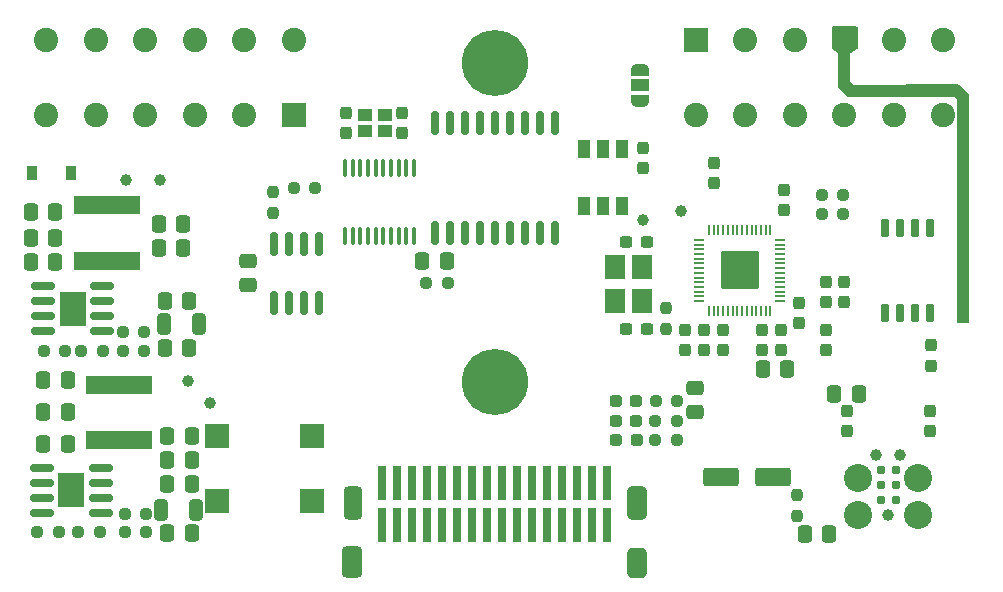
<source format=gbr>
%TF.GenerationSoftware,KiCad,Pcbnew,(6.0.2)*%
%TF.CreationDate,2022-04-26T10:25:04-06:00*%
%TF.ProjectId,CONEPROJ,434f4e45-5052-44f4-9a2e-6b696361645f,rev?*%
%TF.SameCoordinates,Original*%
%TF.FileFunction,Soldermask,Top*%
%TF.FilePolarity,Negative*%
%FSLAX46Y46*%
G04 Gerber Fmt 4.6, Leading zero omitted, Abs format (unit mm)*
G04 Created by KiCad (PCBNEW (6.0.2)) date 2022-04-26 10:25:04*
%MOMM*%
%LPD*%
G01*
G04 APERTURE LIST*
G04 Aperture macros list*
%AMRoundRect*
0 Rectangle with rounded corners*
0 $1 Rounding radius*
0 $2 $3 $4 $5 $6 $7 $8 $9 X,Y pos of 4 corners*
0 Add a 4 corners polygon primitive as box body*
4,1,4,$2,$3,$4,$5,$6,$7,$8,$9,$2,$3,0*
0 Add four circle primitives for the rounded corners*
1,1,$1+$1,$2,$3*
1,1,$1+$1,$4,$5*
1,1,$1+$1,$6,$7*
1,1,$1+$1,$8,$9*
0 Add four rect primitives between the rounded corners*
20,1,$1+$1,$2,$3,$4,$5,0*
20,1,$1+$1,$4,$5,$6,$7,0*
20,1,$1+$1,$6,$7,$8,$9,0*
20,1,$1+$1,$8,$9,$2,$3,0*%
%AMFreePoly0*
4,1,22,0.550000,-0.750000,0.000000,-0.750000,0.000000,-0.745033,-0.079941,-0.743568,-0.215256,-0.701293,-0.333266,-0.622738,-0.424486,-0.514219,-0.481581,-0.384460,-0.499164,-0.250000,-0.500000,-0.250000,-0.500000,0.250000,-0.499164,0.250000,-0.499963,0.256109,-0.478152,0.396186,-0.417904,0.524511,-0.324060,0.630769,-0.204165,0.706417,-0.067858,0.745374,0.000000,0.744959,0.000000,0.750000,
0.550000,0.750000,0.550000,-0.750000,0.550000,-0.750000,$1*%
%AMFreePoly1*
4,1,20,0.000000,0.744959,0.073905,0.744508,0.209726,0.703889,0.328688,0.626782,0.421226,0.519385,0.479903,0.390333,0.500000,0.250000,0.500000,-0.250000,0.499851,-0.262216,0.476331,-0.402017,0.414519,-0.529596,0.319384,-0.634700,0.198574,-0.708877,0.061801,-0.746166,0.000000,-0.745033,0.000000,-0.750000,-0.550000,-0.750000,-0.550000,0.750000,0.000000,0.750000,0.000000,0.744959,
0.000000,0.744959,$1*%
G04 Aperture macros list end*
%ADD10R,1.150000X1.000000*%
%ADD11RoundRect,0.237500X-0.250000X-0.237500X0.250000X-0.237500X0.250000X0.237500X-0.250000X0.237500X0*%
%ADD12RoundRect,0.150000X-0.150000X0.875000X-0.150000X-0.875000X0.150000X-0.875000X0.150000X0.875000X0*%
%ADD13RoundRect,0.100000X-0.100000X0.637500X-0.100000X-0.637500X0.100000X-0.637500X0.100000X0.637500X0*%
%ADD14C,1.000000*%
%ADD15RoundRect,0.250000X-0.337500X-0.475000X0.337500X-0.475000X0.337500X0.475000X-0.337500X0.475000X0*%
%ADD16R,5.700000X1.600000*%
%ADD17RoundRect,0.250000X-0.325000X-0.650000X0.325000X-0.650000X0.325000X0.650000X-0.325000X0.650000X0*%
%ADD18RoundRect,0.150000X-0.825000X-0.150000X0.825000X-0.150000X0.825000X0.150000X-0.825000X0.150000X0*%
%ADD19R,2.290000X3.000000*%
%ADD20RoundRect,0.237500X-0.237500X0.300000X-0.237500X-0.300000X0.237500X-0.300000X0.237500X0.300000X0*%
%ADD21RoundRect,0.237500X0.237500X-0.300000X0.237500X0.300000X-0.237500X0.300000X-0.237500X-0.300000X0*%
%ADD22R,2.000000X2.000000*%
%ADD23RoundRect,0.150000X-0.150000X0.650000X-0.150000X-0.650000X0.150000X-0.650000X0.150000X0.650000X0*%
%ADD24RoundRect,0.250000X-0.475000X0.337500X-0.475000X-0.337500X0.475000X-0.337500X0.475000X0.337500X0*%
%ADD25FreePoly0,270.000000*%
%ADD26R,1.500000X1.000000*%
%ADD27FreePoly1,270.000000*%
%ADD28C,5.600000*%
%ADD29RoundRect,0.237500X0.250000X0.237500X-0.250000X0.237500X-0.250000X-0.237500X0.250000X-0.237500X0*%
%ADD30RoundRect,0.250000X0.337500X0.475000X-0.337500X0.475000X-0.337500X-0.475000X0.337500X-0.475000X0*%
%ADD31RoundRect,0.237500X-0.237500X0.250000X-0.237500X-0.250000X0.237500X-0.250000X0.237500X0.250000X0*%
%ADD32R,0.750000X3.000000*%
%ADD33RoundRect,0.418770X-0.418770X1.006311X-0.418770X-1.006311X0.418770X-1.006311X0.418770X1.006311X0*%
%ADD34RoundRect,0.412540X-0.412540X0.887541X-0.412540X-0.887541X0.412540X-0.887541X0.412540X0.887541X0*%
%ADD35RoundRect,0.443770X-0.443770X0.893770X-0.443770X-0.893770X0.443770X-0.893770X0.443770X0.893770X0*%
%ADD36RoundRect,0.396885X-0.396885X1.015655X-0.396885X-1.015655X0.396885X-1.015655X0.396885X1.015655X0*%
%ADD37RoundRect,0.237500X0.237500X-0.250000X0.237500X0.250000X-0.237500X0.250000X-0.237500X-0.250000X0*%
%ADD38RoundRect,0.150000X0.150000X-0.825000X0.150000X0.825000X-0.150000X0.825000X-0.150000X-0.825000X0*%
%ADD39C,2.374900*%
%ADD40C,0.990600*%
%ADD41C,0.787400*%
%ADD42RoundRect,0.237500X-0.300000X-0.237500X0.300000X-0.237500X0.300000X0.237500X-0.300000X0.237500X0*%
%ADD43R,2.056000X2.056000*%
%ADD44C,2.056000*%
%ADD45RoundRect,0.237500X0.287500X0.237500X-0.287500X0.237500X-0.287500X-0.237500X0.287500X-0.237500X0*%
%ADD46R,1.000000X1.500000*%
%ADD47RoundRect,0.050000X-0.050000X0.387500X-0.050000X-0.387500X0.050000X-0.387500X0.050000X0.387500X0*%
%ADD48RoundRect,0.050000X-0.387500X0.050000X-0.387500X-0.050000X0.387500X-0.050000X0.387500X0.050000X0*%
%ADD49RoundRect,0.144000X-1.456000X1.456000X-1.456000X-1.456000X1.456000X-1.456000X1.456000X1.456000X0*%
%ADD50RoundRect,0.250000X-1.250000X-0.550000X1.250000X-0.550000X1.250000X0.550000X-1.250000X0.550000X0*%
%ADD51R,0.900000X1.200000*%
%ADD52R,1.800000X2.100000*%
G04 APERTURE END LIST*
D10*
%TO.C,Y2*%
X56000000Y-52750000D03*
X57750000Y-52750000D03*
X57750000Y-51350000D03*
X56000000Y-51350000D03*
%TD*%
D11*
%TO.C,R10*%
X28827500Y-71400000D03*
X30652500Y-71400000D03*
%TD*%
D12*
%TO.C,U8*%
X72080000Y-52100000D03*
X70810000Y-52100000D03*
X69540000Y-52100000D03*
X68270000Y-52100000D03*
X67000000Y-52100000D03*
X65730000Y-52100000D03*
X64460000Y-52100000D03*
X63190000Y-52100000D03*
X61920000Y-52100000D03*
X61920000Y-61400000D03*
X63190000Y-61400000D03*
X64460000Y-61400000D03*
X65730000Y-61400000D03*
X67000000Y-61400000D03*
X68270000Y-61400000D03*
X69540000Y-61400000D03*
X70810000Y-61400000D03*
X72080000Y-61400000D03*
%TD*%
D13*
%TO.C,U5*%
X60175000Y-55887500D03*
X59525000Y-55887500D03*
X58875000Y-55887500D03*
X58225000Y-55887500D03*
X57575000Y-55887500D03*
X56925000Y-55887500D03*
X56275000Y-55887500D03*
X55625000Y-55887500D03*
X54975000Y-55887500D03*
X54325000Y-55887500D03*
X54325000Y-61612500D03*
X54975000Y-61612500D03*
X55625000Y-61612500D03*
X56275000Y-61612500D03*
X56925000Y-61612500D03*
X57575000Y-61612500D03*
X58225000Y-61612500D03*
X58875000Y-61612500D03*
X59525000Y-61612500D03*
X60175000Y-61612500D03*
%TD*%
D14*
%TO.C,TP4*%
X41000000Y-73900000D03*
%TD*%
D15*
%TO.C,C36*%
X39072500Y-67140000D03*
X41147500Y-67140000D03*
%TD*%
D16*
%TO.C,L2*%
X34200000Y-63745000D03*
X34200000Y-59045000D03*
%TD*%
D17*
%TO.C,C33*%
X38780000Y-84802500D03*
X41730000Y-84802500D03*
%TD*%
D18*
%TO.C,U6*%
X28695000Y-81265000D03*
X28695000Y-82535000D03*
X28695000Y-83805000D03*
X28695000Y-85075000D03*
X33645000Y-85075000D03*
X33645000Y-83805000D03*
X33645000Y-82535000D03*
X33645000Y-81265000D03*
D19*
X31170000Y-83170000D03*
%TD*%
D20*
%TO.C,C15*%
X83125000Y-69587500D03*
X83125000Y-71312500D03*
%TD*%
D15*
%TO.C,C42*%
X38572500Y-62680000D03*
X40647500Y-62680000D03*
%TD*%
D21*
%TO.C,R7*%
X96800000Y-78162500D03*
X96800000Y-76437500D03*
%TD*%
%TO.C,C21*%
X59150000Y-52937500D03*
X59150000Y-51212500D03*
%TD*%
D22*
%TO.C,PAU301*%
X43500000Y-78595000D03*
X51500000Y-78595000D03*
%TD*%
D23*
%TO.C,U7*%
X103893687Y-60987273D03*
X102623687Y-60987273D03*
X101353687Y-60987273D03*
X100083687Y-60987273D03*
X100083687Y-68187273D03*
X101353687Y-68187273D03*
X102623687Y-68187273D03*
X103893687Y-68187273D03*
%TD*%
D24*
%TO.C,C11*%
X46150000Y-63712500D03*
X46150000Y-65787500D03*
%TD*%
D15*
%TO.C,C16*%
X60862500Y-63750000D03*
X62937500Y-63750000D03*
%TD*%
%TO.C,C38*%
X39072500Y-71140000D03*
X41147500Y-71140000D03*
%TD*%
D25*
%TO.C,JP2*%
X79300000Y-47575000D03*
D26*
X79300000Y-48875000D03*
D27*
X79300000Y-50175000D03*
%TD*%
D20*
%TO.C,C24*%
X86300000Y-69587500D03*
X86300000Y-71312500D03*
%TD*%
D28*
%TO.C,H304*%
X67000000Y-47000000D03*
%TD*%
D29*
%TO.C,R19*%
X33822500Y-71370000D03*
X31997500Y-71370000D03*
%TD*%
D30*
%TO.C,C27*%
X95332500Y-86845000D03*
X93257500Y-86845000D03*
%TD*%
D31*
%TO.C,R5*%
X81550000Y-67712500D03*
X81550000Y-69537500D03*
%TD*%
D32*
%TO.C,J2*%
X76499838Y-86127500D03*
X76499838Y-82527500D03*
X75229838Y-86127500D03*
X75229838Y-82527500D03*
X73959838Y-86127500D03*
X73959838Y-82527500D03*
X72689838Y-86127500D03*
X72689838Y-82527500D03*
X71419838Y-86127500D03*
X71419838Y-82527500D03*
X70149838Y-86127500D03*
X70149838Y-82527500D03*
X68879838Y-86127500D03*
X68879838Y-82527500D03*
X67609838Y-86127500D03*
X67609838Y-82527500D03*
X66339838Y-86127500D03*
X66339838Y-82527500D03*
X65069838Y-86127500D03*
X65069838Y-82527500D03*
X63799838Y-86127500D03*
X63799838Y-82527500D03*
X62529838Y-86127500D03*
X62529838Y-82527500D03*
X61259838Y-86127500D03*
X61259838Y-82527500D03*
X59989838Y-86127500D03*
X59989838Y-82527500D03*
X58719838Y-86127500D03*
X58719838Y-82527500D03*
X57449838Y-86127500D03*
X57449838Y-82527500D03*
D33*
X79062378Y-84252581D03*
D34*
X79074838Y-89277419D03*
D35*
X54924838Y-89239959D03*
D36*
X55018608Y-84240040D03*
%TD*%
D20*
%TO.C,C18*%
X95050000Y-65487500D03*
X95050000Y-67212500D03*
%TD*%
D30*
%TO.C,C25*%
X29807500Y-61840000D03*
X27732500Y-61840000D03*
%TD*%
D37*
%TO.C,R9*%
X92580000Y-85342500D03*
X92580000Y-83517500D03*
%TD*%
D14*
%TO.C,TP5*%
X82800000Y-59500000D03*
%TD*%
D38*
%TO.C,U2*%
X48280000Y-67275000D03*
X49550000Y-67275000D03*
X50820000Y-67275000D03*
X52090000Y-67275000D03*
X52090000Y-62325000D03*
X50820000Y-62325000D03*
X49550000Y-62325000D03*
X48280000Y-62325000D03*
%TD*%
D20*
%TO.C,C9*%
X84750000Y-69587500D03*
X84750000Y-71312500D03*
%TD*%
D15*
%TO.C,C34*%
X27732500Y-63810000D03*
X29807500Y-63810000D03*
%TD*%
D39*
%TO.C,J5*%
X97780000Y-82095000D03*
D40*
X101336000Y-80190000D03*
X100320000Y-85270000D03*
D39*
X97780000Y-85270000D03*
X102860000Y-82095000D03*
X102860000Y-85270000D03*
D40*
X99304000Y-80190000D03*
D41*
X100955000Y-84000000D03*
X99685000Y-84000000D03*
X100955000Y-82730000D03*
X99685000Y-82730000D03*
X100955000Y-81460000D03*
X99685000Y-81460000D03*
%TD*%
D15*
%TO.C,C30*%
X95767500Y-74985000D03*
X97842500Y-74985000D03*
%TD*%
D42*
%TO.C,C7*%
X78137500Y-62100000D03*
X79862500Y-62100000D03*
%TD*%
D17*
%TO.C,C32*%
X39045000Y-69060000D03*
X41995000Y-69060000D03*
%TD*%
D30*
%TO.C,C5*%
X30872499Y-73818041D03*
X28797499Y-73818041D03*
%TD*%
D11*
%TO.C,R22*%
X80597500Y-78940000D03*
X82422500Y-78940000D03*
%TD*%
D42*
%TO.C,C8*%
X78137500Y-69524999D03*
X79862500Y-69524999D03*
%TD*%
D43*
%TO.C,J4*%
X84025000Y-45040000D03*
D44*
X88215000Y-45040000D03*
X92405000Y-45040000D03*
X96595000Y-45040000D03*
X100785000Y-45040000D03*
X104975000Y-45040000D03*
X104975000Y-51390000D03*
X100785000Y-51390000D03*
X96595000Y-51390000D03*
X92405000Y-51390000D03*
X88215000Y-51390000D03*
X84025000Y-51390000D03*
D43*
X49975000Y-51390000D03*
D44*
X45785000Y-51390000D03*
X41595000Y-51390000D03*
X37405000Y-51390000D03*
X33215000Y-51390000D03*
X29025000Y-51390000D03*
X29025000Y-45040000D03*
X33215000Y-45040000D03*
X37405000Y-45040000D03*
X41595000Y-45040000D03*
X45785000Y-45040000D03*
X49975000Y-45040000D03*
%TD*%
D30*
%TO.C,C26*%
X30872499Y-76539020D03*
X28797499Y-76539020D03*
%TD*%
D15*
%TO.C,C35*%
X28797499Y-79260000D03*
X30872499Y-79260000D03*
%TD*%
D20*
%TO.C,C14*%
X91225000Y-69587500D03*
X91225000Y-71312500D03*
%TD*%
D29*
%TO.C,R18*%
X37352500Y-71380001D03*
X35527500Y-71380001D03*
%TD*%
D20*
%TO.C,C10*%
X96600000Y-65487500D03*
X96600000Y-67212500D03*
%TD*%
D11*
%TO.C,R17*%
X35687500Y-85130000D03*
X37512500Y-85130000D03*
%TD*%
D37*
%TO.C,R15*%
X48235000Y-59712500D03*
X48235000Y-57887500D03*
%TD*%
D20*
%TO.C,C12*%
X92750000Y-67312500D03*
X92750000Y-69037500D03*
%TD*%
D22*
%TO.C,MOD301*%
X43500000Y-84075000D03*
X51500000Y-84075000D03*
%TD*%
D11*
%TO.C,R3*%
X94687500Y-58150000D03*
X96512500Y-58150000D03*
%TD*%
D20*
%TO.C,R6*%
X103850000Y-76412500D03*
X103850000Y-78137500D03*
%TD*%
D15*
%TO.C,C29*%
X89717500Y-72885000D03*
X91792500Y-72885000D03*
%TD*%
D14*
%TO.C,TP6*%
X38700000Y-56900000D03*
%TD*%
D45*
%TO.C,D302*%
X79000000Y-75610000D03*
X77250000Y-75610000D03*
%TD*%
D20*
%TO.C,C13*%
X89625000Y-69587500D03*
X89625000Y-71312500D03*
%TD*%
D46*
%TO.C,U9*%
X77775000Y-54225000D03*
X76175000Y-54225000D03*
X74575000Y-54225000D03*
X74575000Y-59125000D03*
X76175000Y-59125000D03*
X77775000Y-59125000D03*
%TD*%
D47*
%TO.C,U10*%
X90350000Y-61112500D03*
X89950000Y-61112500D03*
X89550000Y-61112500D03*
X89150000Y-61112500D03*
X88750000Y-61112500D03*
X88350000Y-61112500D03*
X87950000Y-61112500D03*
X87550000Y-61112500D03*
X87150000Y-61112500D03*
X86750000Y-61112500D03*
X86350000Y-61112500D03*
X85950000Y-61112500D03*
X85550000Y-61112500D03*
X85150000Y-61112500D03*
D48*
X84312500Y-61950000D03*
X84312500Y-62350000D03*
X84312500Y-62750000D03*
X84312500Y-63150000D03*
X84312500Y-63550000D03*
X84312500Y-63950000D03*
X84312500Y-64350000D03*
X84312500Y-64750000D03*
X84312500Y-65150000D03*
X84312500Y-65550000D03*
X84312500Y-65950000D03*
X84312500Y-66350000D03*
X84312500Y-66750000D03*
X84312500Y-67150000D03*
D47*
X85150000Y-67987500D03*
X85550000Y-67987500D03*
X85950000Y-67987500D03*
X86350000Y-67987500D03*
X86750000Y-67987500D03*
X87150000Y-67987500D03*
X87550000Y-67987500D03*
X87950000Y-67987500D03*
X88350000Y-67987500D03*
X88750000Y-67987500D03*
X89150000Y-67987500D03*
X89550000Y-67987500D03*
X89950000Y-67987500D03*
X90350000Y-67987500D03*
D48*
X91187500Y-67150000D03*
X91187500Y-66750000D03*
X91187500Y-66350000D03*
X91187500Y-65950000D03*
X91187500Y-65550000D03*
X91187500Y-65150000D03*
X91187500Y-64750000D03*
X91187500Y-64350000D03*
X91187500Y-63950000D03*
X91187500Y-63550000D03*
X91187500Y-63150000D03*
X91187500Y-62750000D03*
X91187500Y-62350000D03*
X91187500Y-61950000D03*
D49*
X87750000Y-64550000D03*
%TD*%
D16*
%TO.C,L3*%
X35155000Y-78905000D03*
X35155000Y-74205000D03*
%TD*%
D29*
%TO.C,R23*%
X33572500Y-86669999D03*
X31747500Y-86669999D03*
%TD*%
%TO.C,R104*%
X51797500Y-57600000D03*
X49972500Y-57600000D03*
%TD*%
D50*
%TO.C,C31*%
X86175000Y-82075000D03*
X90575000Y-82075000D03*
%TD*%
D15*
%TO.C,C41*%
X39292500Y-80627500D03*
X41367500Y-80627500D03*
%TD*%
D24*
%TO.C,C28*%
X83995000Y-74497500D03*
X83995000Y-76572500D03*
%TD*%
D15*
%TO.C,C40*%
X38572500Y-60640000D03*
X40647500Y-60640000D03*
%TD*%
D51*
%TO.C,D2*%
X27850001Y-56300000D03*
X31150001Y-56300000D03*
%TD*%
D20*
%TO.C,C23*%
X95025000Y-69587500D03*
X95025000Y-71312500D03*
%TD*%
D14*
%TO.C,TP7*%
X42900000Y-75800000D03*
%TD*%
D15*
%TO.C,C37*%
X39292500Y-82665000D03*
X41367500Y-82665000D03*
%TD*%
D45*
%TO.C,D301*%
X79027500Y-78930000D03*
X77277500Y-78930000D03*
%TD*%
D28*
%TO.C,H302*%
X67000000Y-74000000D03*
%TD*%
D18*
%TO.C,U3*%
X28790000Y-65904999D03*
X28790000Y-67174999D03*
X28790000Y-68444999D03*
X28790000Y-69714999D03*
X33740000Y-69714999D03*
X33740000Y-68444999D03*
X33740000Y-67174999D03*
X33740000Y-65904999D03*
D19*
X31265000Y-67809999D03*
%TD*%
D14*
%TO.C,TP3*%
X35800000Y-56900000D03*
%TD*%
D20*
%TO.C,C4*%
X79575000Y-54162500D03*
X79575000Y-55887500D03*
%TD*%
%TO.C,C6*%
X103950000Y-70887500D03*
X103950000Y-72612500D03*
%TD*%
D30*
%TO.C,C3*%
X29807500Y-59575000D03*
X27732500Y-59575000D03*
%TD*%
D45*
%TO.C,D308*%
X79010000Y-77280000D03*
X77260000Y-77280000D03*
%TD*%
D15*
%TO.C,C43*%
X39292500Y-78590000D03*
X41367500Y-78590000D03*
%TD*%
D11*
%TO.C,R14*%
X35517500Y-69780000D03*
X37342500Y-69780000D03*
%TD*%
D29*
%TO.C,R20*%
X37512500Y-86680000D03*
X35687500Y-86680000D03*
%TD*%
D11*
%TO.C,R21*%
X80622500Y-75620000D03*
X82447500Y-75620000D03*
%TD*%
D21*
%TO.C,C17*%
X85600000Y-57151414D03*
X85600000Y-55426414D03*
%TD*%
D11*
%TO.C,R16*%
X61187500Y-65600000D03*
X63012500Y-65600000D03*
%TD*%
D21*
%TO.C,C19*%
X91490240Y-59426324D03*
X91490240Y-57701324D03*
%TD*%
D15*
%TO.C,C39*%
X39292500Y-86740000D03*
X41367500Y-86740000D03*
%TD*%
D11*
%TO.C,R13*%
X28287500Y-86690000D03*
X30112500Y-86690000D03*
%TD*%
D14*
%TO.C,TP8*%
X79600000Y-60300000D03*
%TD*%
D21*
%TO.C,C22*%
X54425000Y-52937500D03*
X54425000Y-51212500D03*
%TD*%
D11*
%TO.C,R91*%
X80592500Y-77270000D03*
X82417500Y-77270000D03*
%TD*%
D29*
%TO.C,R4*%
X96512500Y-59750000D03*
X94687500Y-59750000D03*
%TD*%
D52*
%TO.C,Y3*%
X79500000Y-67175000D03*
X79500000Y-64275000D03*
X77200000Y-64275000D03*
X77200000Y-67175000D03*
%TD*%
G36*
X97700083Y-43910002D02*
G01*
X97746576Y-43963658D01*
X97757946Y-44018021D01*
X97731076Y-45692932D01*
X97709984Y-45760723D01*
X97673761Y-45796555D01*
X97145189Y-46140127D01*
X97131499Y-46156093D01*
X97129945Y-46163252D01*
X97120075Y-48561884D01*
X97127350Y-48587044D01*
X97346920Y-48797465D01*
X97371061Y-48809988D01*
X106248583Y-48800058D01*
X106316726Y-48819984D01*
X106336777Y-48835933D01*
X107132026Y-49612899D01*
X107166774Y-49674811D01*
X107169973Y-49703089D01*
X107160065Y-68844065D01*
X107140028Y-68912176D01*
X107086348Y-68958641D01*
X107034065Y-68970000D01*
X106256201Y-68970000D01*
X106188080Y-68949998D01*
X106141587Y-68896342D01*
X106130201Y-68843800D01*
X106159971Y-50118115D01*
X106152624Y-50092944D01*
X105943091Y-49892522D01*
X105918943Y-49880025D01*
X97002354Y-49899883D01*
X96934188Y-49880032D01*
X96912978Y-49862978D01*
X96096722Y-49046722D01*
X96062696Y-48984410D01*
X96059818Y-48958069D01*
X96050064Y-46178117D01*
X96043138Y-46154834D01*
X96042078Y-46153663D01*
X95597288Y-45797830D01*
X95556590Y-45739657D01*
X95550000Y-45699441D01*
X95550000Y-44016000D01*
X95570002Y-43947879D01*
X95623658Y-43901386D01*
X95676000Y-43890000D01*
X97631962Y-43890000D01*
X97700083Y-43910002D01*
G37*
M02*

</source>
